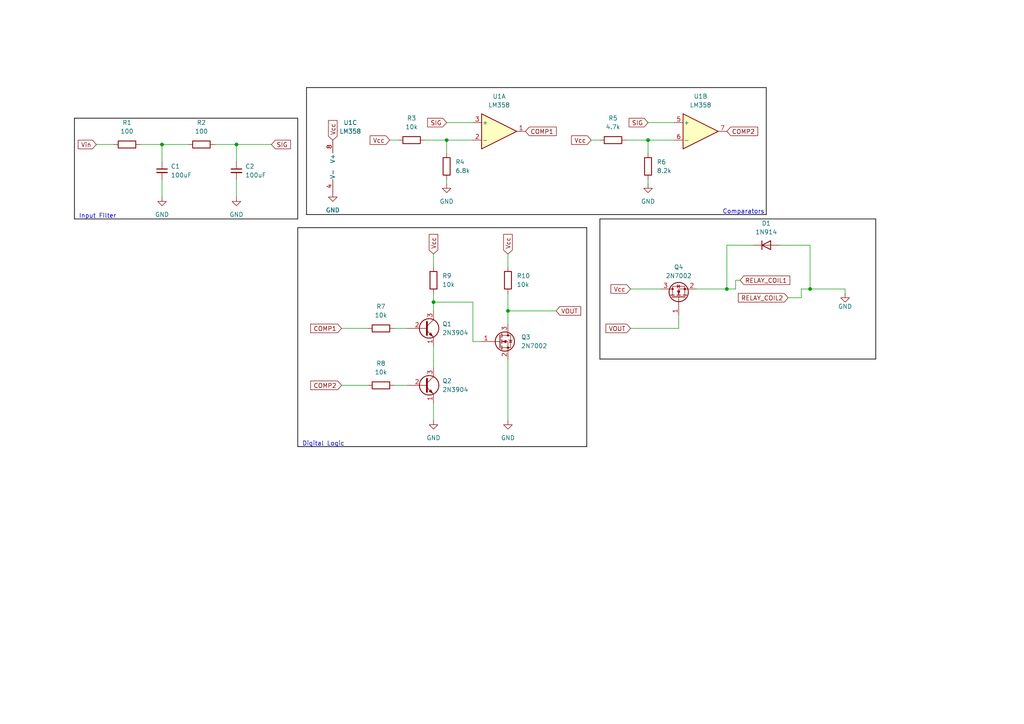
<source format=kicad_sch>
(kicad_sch (version 20211123) (generator eeschema)
  (paper "A4")
  (lib_symbols
    (symbol "Amplifier_Operational:LM358" (pin_names (offset 0.127))
      (property "Reference" "U" (at 0 5.08 0))
      (property "Value" "LM358" (at 0 -5.08 0))
      (symbol "LM358_1_1"
        (polyline (pts (xy -5.08 5.08) (xy 5.08 0) (xy -5.08 -5.08) (xy -5.08 5.08)) (stroke (width 0.254)) (fill (type background)))
        (pin output line (at 7.62 0 180) (length 2.54) (name "~") (number "1"))
        (pin input line (at -7.62 -2.54 0) (length 2.54) (name "-") (number "2"))
        (pin input line (at -7.62 2.54 0) (length 2.54) (name "+") (number "3"))
      )
      (symbol "LM358_2_1"
        (polyline (pts (xy -5.08 5.08) (xy 5.08 0) (xy -5.08 -5.08) (xy -5.08 5.08)) (stroke (width 0.254)) (fill (type background)))
        (pin input line (at -7.62 2.54 0) (length 2.54) (name "+") (number "5"))
        (pin input line (at -7.62 -2.54 0) (length 2.54) (name "-") (number "6"))
        (pin output line (at 7.62 0 180) (length 2.54) (name "~") (number "7"))
      )
      (symbol "LM358_3_1"
        (pin power_in line (at -2.54 -7.62 90) (length 3.81) (name "V-") (number "4"))
        (pin power_in line (at -2.54 7.62 270) (length 3.81) (name "V+") (number "8"))
      )
    )
    (symbol "Device:C_Small" (pin_numbers hide) (pin_names (offset 0.254) hide)
      (property "Reference" "C" (at 0.254 1.778 0))
      (property "Value" "C_Small" (at 0.254 -2.032 0))
      (symbol "C_Small_0_1"
        (polyline (pts (xy -1.524 -0.508) (xy 1.524 -0.508)) (stroke (width 0.3302)))
        (polyline (pts (xy -1.524 0.508) (xy 1.524 0.508)) (stroke (width 0.3048)))
      )
      (symbol "C_Small_1_1"
        (pin passive line (at 0 2.54 270) (length 2.032) (name "~") (number "1"))
        (pin passive line (at 0 -2.54 90) (length 2.032) (name "~") (number "2"))
      )
    )
    (symbol "Device:R" (pin_numbers hide) (pin_names (offset 0))
      (property "Reference" "R" (at 2.032 0 90))
      (property "Value" "R" (at 0 0 90))
      (symbol "R_0_1"
        (rectangle (start -1.016 -2.54) (end 1.016 2.54) (stroke (width 0.254)))
      )
      (symbol "R_1_1"
        (pin passive line (at 0 3.81 270) (length 1.27) (name "~") (number "1"))
        (pin passive line (at 0 -3.81 90) (length 1.27) (name "~") (number "2"))
      )
    )
    (symbol "Diode:1N914" (pin_numbers hide) (pin_names (offset 1.016) hide)
      (property "Reference" "D" (at 0 2.54 0))
      (property "Value" "1N914" (at 0 -2.54 0))
      (symbol "1N914_0_1"
        (polyline (pts (xy -1.27 1.27) (xy -1.27 -1.27)) (stroke (width 0.254)))
        (polyline (pts (xy 1.27 0) (xy -1.27 0)))
        (polyline (pts (xy 1.27 1.27) (xy 1.27 -1.27) (xy -1.27 0) (xy 1.27 1.27)) (stroke (width 0.254)))
      )
      (symbol "1N914_1_1"
        (pin passive line (at -3.81 0 0) (length 2.54) (name "K") (number "1"))
        (pin passive line (at 3.81 0 180) (length 2.54) (name "A") (number "2"))
      )
    )
    (symbol "Transistor_BJT:2N3904" (pin_names (offset 0) hide)
      (property "Reference" "Q" (at 5.08 1.905 0))
      (property "Value" "2N3904" (at 5.08 0 0))
      (symbol "2N3904_0_1"
        (polyline (pts (xy 0.635 0.635) (xy 2.54 2.54)))
        (polyline (pts (xy 0.635 -0.635) (xy 2.54 -2.54) (xy 2.54 -2.54)))
        (polyline (pts (xy 0.635 1.905) (xy 0.635 -1.905) (xy 0.635 -1.905)) (stroke (width 0.508)))
        (polyline (pts (xy 1.27 -1.778) (xy 1.778 -1.27) (xy 2.286 -2.286) (xy 1.27 -1.778) (xy 1.27 -1.778)) (fill (type outline)))
        (circle (center 1.27 0) (radius 2.8194) (stroke (width 0.254)))
      )
      (symbol "2N3904_1_1"
        (pin passive line (at 2.54 -5.08 90) (length 2.54) (name "E") (number "1"))
        (pin passive line (at -5.08 0 0) (length 5.715) (name "B") (number "2"))
        (pin passive line (at 2.54 5.08 270) (length 2.54) (name "C") (number "3"))
      )
    )
    (symbol "Transistor_FET:2N7002" (pin_names hide)
      (property "Reference" "Q" (at 5.08 1.905 0))
      (property "Value" "2N7002" (at 5.08 0 0))
      (symbol "2N7002_0_1"
        (polyline (pts (xy 0.254 0) (xy -2.54 0)))
        (polyline (pts (xy 0.254 1.905) (xy 0.254 -1.905)) (stroke (width 0.254)))
        (polyline (pts (xy 0.762 -1.27) (xy 0.762 -2.286)) (stroke (width 0.254)))
        (polyline (pts (xy 0.762 0.508) (xy 0.762 -0.508)) (stroke (width 0.254)))
        (polyline (pts (xy 0.762 2.286) (xy 0.762 1.27)) (stroke (width 0.254)))
        (polyline (pts (xy 2.54 2.54) (xy 2.54 1.778)))
        (polyline (pts (xy 2.54 -2.54) (xy 2.54 0) (xy 0.762 0)))
        (polyline (pts (xy 0.762 -1.778) (xy 3.302 -1.778) (xy 3.302 1.778) (xy 0.762 1.778)))
        (polyline (pts (xy 1.016 0) (xy 2.032 0.381) (xy 2.032 -0.381) (xy 1.016 0)) (fill (type outline)))
        (polyline (pts (xy 2.794 0.508) (xy 2.921 0.381) (xy 3.683 0.381) (xy 3.81 0.254)))
        (polyline (pts (xy 3.302 0.381) (xy 2.921 -0.254) (xy 3.683 -0.254) (xy 3.302 0.381)))
        (circle (center 1.651 0) (radius 2.794) (stroke (width 0.254)))
        (circle (center 2.54 -1.778) (radius 0.254) (fill (type outline)))
        (circle (center 2.54 1.778) (radius 0.254) (fill (type outline)))
      )
      (symbol "2N7002_1_1"
        (pin input line (at -5.08 0 0) (length 2.54) (name "G") (number "1"))
        (pin passive line (at 2.54 -5.08 90) (length 2.54) (name "S") (number "2"))
        (pin passive line (at 2.54 5.08 270) (length 2.54) (name "D") (number "3"))
      )
    )
    (symbol "power:GND" (power) (pin_names (offset 0))
      (property "Value" "GND" (at 0 -3.81 0))
      (symbol "GND_0_1"
        (polyline (pts (xy 0 0) (xy 0 -1.27) (xy 1.27 -1.27) (xy 0 -2.54) (xy -1.27 -1.27) (xy 0 -1.27)))
      )
      (symbol "GND_1_1"
        (pin power_in line (at 0 0 270) (length 0) hide (name "GND") (number "1"))
      )
    )
  )
  (junction (at 68.58 41.91))
  (junction (at 147.32 90.17))
  (junction (at 210.82 83.82))
  (junction (at 125.73 87.63))
  (junction (at 234.95 83.82))
  (junction (at 129.54 40.64))
  (junction (at 46.99 41.91))
  (junction (at 187.96 40.64))
  (polyline (pts (xy 21.59 34.29) (xy 86.36 34.29)) (stroke (width 0.2) (type solid) (color 0 0 0 1)))
  (polyline (pts (xy 254 63.5) (xy 254 104.14)) (stroke (width 0.2) (type solid) (color 0 0 0 1)))
  (wire (pts (xy 234.95 71.12) (xy 234.95 83.82)))
  (wire (pts (xy 218.44 71.12) (xy 210.82 71.12)))
  (polyline (pts (xy 86.36 66.04) (xy 170.18 66.04)) (stroke (width 0.2) (type solid) (color 0 0 0 1)))
  (wire (pts (xy 27.94 41.91) (xy 33.02 41.91)))
  (wire (pts (xy 99.06 111.76) (xy 106.68 111.76)))
  (wire (pts (xy 113.03 40.64) (xy 115.57 40.64)))
  (polyline (pts (xy 88.9 25.4) (xy 222.25 25.4)) (stroke (width 0.2) (type solid) (color 0 0 0 1)))
  (wire (pts (xy 46.99 52.07) (xy 46.99 57.15)))
  (wire (pts (xy 232.41 86.36) (xy 228.6 86.36)))
  (wire (pts (xy 187.96 40.64) (xy 187.96 44.45)))
  (wire (pts (xy 137.16 99.06) (xy 137.16 87.63)))
  (polyline (pts (xy 21.59 63.5) (xy 86.36 63.5)) (stroke (width 0.2) (type solid) (color 0 0 0 1)))
  (wire (pts (xy 114.3 95.25) (xy 118.11 95.25)))
  (wire (pts (xy 68.58 41.91) (xy 78.74 41.91)))
  (polyline (pts (xy 88.9 62.23) (xy 222.25 62.23)) (stroke (width 0.2) (type solid) (color 0 0 0 1)))
  (wire (pts (xy 125.73 100.33) (xy 125.73 106.68)))
  (wire (pts (xy 214.63 81.28) (xy 213.36 81.28)))
  (wire (pts (xy 129.54 52.07) (xy 129.54 53.34)))
  (polyline (pts (xy 173.99 63.5) (xy 254 63.5)) (stroke (width 0.2) (type solid) (color 0 0 0 1)))
  (wire (pts (xy 62.23 41.91) (xy 68.58 41.91)))
  (wire (pts (xy 210.82 71.12) (xy 210.82 83.82)))
  (wire (pts (xy 226.06 71.12) (xy 234.95 71.12)))
  (polyline (pts (xy 86.36 63.5) (xy 86.36 34.29)) (stroke (width 0.2) (type solid) (color 0 0 0 1)))
  (wire (pts (xy 123.19 40.64) (xy 129.54 40.64)))
  (wire (pts (xy 161.29 90.17) (xy 147.32 90.17)))
  (polyline (pts (xy 86.36 129.54) (xy 86.36 66.04)) (stroke (width 0.2) (type solid) (color 0 0 0 1)))
  (wire (pts (xy 187.96 52.07) (xy 187.96 53.34)))
  (wire (pts (xy 201.93 83.82) (xy 210.82 83.82)))
  (wire (pts (xy 129.54 40.64) (xy 137.16 40.64)))
  (wire (pts (xy 46.99 41.91) (xy 46.99 46.99)))
  (wire (pts (xy 129.54 40.64) (xy 129.54 44.45)))
  (wire (pts (xy 99.06 95.25) (xy 106.68 95.25)))
  (wire (pts (xy 245.11 83.82) (xy 234.95 83.82)))
  (wire (pts (xy 125.73 87.63) (xy 125.73 90.17)))
  (polyline (pts (xy 173.99 104.14) (xy 254 104.14)) (stroke (width 0.2) (type solid) (color 0 0 0 1)))
  (wire (pts (xy 147.32 85.09) (xy 147.32 90.17)))
  (wire (pts (xy 125.73 116.84) (xy 125.73 121.92)))
  (wire (pts (xy 187.96 35.56) (xy 195.58 35.56)))
  (wire (pts (xy 125.73 73.66) (xy 125.73 77.47)))
  (wire (pts (xy 68.58 41.91) (xy 68.58 46.99)))
  (wire (pts (xy 139.7 99.06) (xy 137.16 99.06)))
  (wire (pts (xy 234.95 83.82) (xy 232.41 83.82)))
  (polyline (pts (xy 21.59 34.29) (xy 21.59 63.5)) (stroke (width 0.2) (type solid) (color 0 0 0 1)))
  (wire (pts (xy 147.32 90.17) (xy 147.32 93.98)))
  (wire (pts (xy 68.58 52.07) (xy 68.58 57.15)))
  (wire (pts (xy 147.32 73.66) (xy 147.32 77.47)))
  (wire (pts (xy 232.41 83.82) (xy 232.41 86.36)))
  (wire (pts (xy 182.88 83.82) (xy 191.77 83.82)))
  (polyline (pts (xy 173.99 104.14) (xy 173.99 63.5)) (stroke (width 0.2) (type solid) (color 0 0 0 1)))
  (wire (pts (xy 114.3 111.76) (xy 118.11 111.76)))
  (wire (pts (xy 213.36 83.82) (xy 210.82 83.82)))
  (polyline (pts (xy 222.25 25.4) (xy 222.25 62.23)) (stroke (width 0.2) (type solid) (color 0 0 0 1)))
  (wire (pts (xy 213.36 81.28) (xy 213.36 83.82)))
  (wire (pts (xy 125.73 87.63) (xy 137.16 87.63)))
  (wire (pts (xy 182.88 95.25) (xy 196.85 95.25)))
  (wire (pts (xy 245.11 85.09) (xy 245.11 83.82)))
  (polyline (pts (xy 170.18 66.04) (xy 170.18 129.54)) (stroke (width 0.2) (type solid) (color 0 0 0 1)))
  (wire (pts (xy 147.32 104.14) (xy 147.32 121.92)))
  (wire (pts (xy 196.85 95.25) (xy 196.85 91.44)))
  (wire (pts (xy 129.54 35.56) (xy 137.16 35.56)))
  (polyline (pts (xy 88.9 62.23) (xy 88.9 25.4)) (stroke (width 0.2) (type solid) (color 0 0 0 1)))
  (wire (pts (xy 181.61 40.64) (xy 187.96 40.64)))
  (wire (pts (xy 125.73 85.09) (xy 125.73 87.63)))
  (wire (pts (xy 187.96 40.64) (xy 195.58 40.64)))
  (wire (pts (xy 46.99 41.91) (xy 54.61 41.91)))
  (wire (pts (xy 171.45 40.64) (xy 173.99 40.64)))
  (wire (pts (xy 40.64 41.91) (xy 46.99 41.91)))
  (polyline (pts (xy 86.36 129.54) (xy 170.18 129.54)) (stroke (width 0.2) (type solid) (color 0 0 0 1)))
  (text "Input Filter" (at 22.86 63.5 0) (effects (font (size 1.27 1.27)) (justify left bottom)))
  (text "Comparators" (at 209.55 62.23 0) (effects (font (size 1.27 1.27)) (justify left bottom)))
  (text "Digital Logic" (at 87.63 129.54 0) (effects (font (size 1.27 1.27)) (justify left bottom)))
  (global_label "COMP2" (shape input) (at 99.06 111.76 180) (property "Intersheet References" "${INTERSHEET_REFS}" (effects hide)))
  (global_label "VOUT" (shape input) (at 161.29 90.17 0) (property "Intersheet References" "${INTERSHEET_REFS}" (effects hide)))
  (global_label "COMP1" (shape input) (at 152.4 38.1 0) (property "Intersheet References" "${INTERSHEET_REFS}" (effects hide)))
  (global_label "SIG" (shape input) (at 129.54 35.56 180) (property "Intersheet References" "${INTERSHEET_REFS}" (effects hide)))
  (global_label "Vcc" (shape input) (at 113.03 40.64 180) (property "Intersheet References" "${INTERSHEET_REFS}" (effects hide)))
  (global_label "SIG" (shape input) (at 78.74 41.91 0) (property "Intersheet References" "${INTERSHEET_REFS}" (effects hide)))
  (global_label "SIG" (shape input) (at 187.96 35.56 180) (property "Intersheet References" "${INTERSHEET_REFS}" (effects hide)))
  (global_label "Vcc" (shape input) (at 147.32 73.66 90) (property "Intersheet References" "${INTERSHEET_REFS}" (effects hide)))
  (global_label "RELAY_COIL2" (shape input) (at 228.6 86.36 180) (property "Intersheet References" "${INTERSHEET_REFS}" (effects hide)))
  (global_label "Vcc" (shape input) (at 96.52 40.64 90) (property "Intersheet References" "${INTERSHEET_REFS}" (effects hide)))
  (global_label "COMP2" (shape input) (at 210.82 38.1 0) (property "Intersheet References" "${INTERSHEET_REFS}" (effects hide)))
  (global_label "Vin" (shape input) (at 27.94 41.91 180) (property "Intersheet References" "${INTERSHEET_REFS}" (effects hide)))
  (global_label "Vcc" (shape input) (at 125.73 73.66 90) (property "Intersheet References" "${INTERSHEET_REFS}" (effects hide)))
  (global_label "Vcc" (shape input) (at 171.45 40.64 180) (property "Intersheet References" "${INTERSHEET_REFS}" (effects hide)))
  (global_label "Vcc" (shape input) (at 182.88 83.82 180) (property "Intersheet References" "${INTERSHEET_REFS}" (effects hide)))
  (global_label "RELAY_COIL1" (shape input) (at 214.63 81.28 0) (property "Intersheet References" "${INTERSHEET_REFS}" (effects hide)))
  (global_label "VOUT" (shape input) (at 182.88 95.25 180) (property "Intersheet References" "${INTERSHEET_REFS}" (effects hide)))
  (global_label "COMP1" (shape input) (at 99.06 95.25 180) (property "Intersheet References" "${INTERSHEET_REFS}" (effects hide)))
  (symbol (lib_id "power:GND") (at 68.58 57.15 0) (unit 1)
    (property "Reference" "#PWR0103" (effects hide))
    (property "Value" "GND" (at 68.58 62.23 0))
  )
  (symbol (lib_id "Device:R") (at 129.54 48.26 180) (unit 1)
    (property "Reference" "R4" (at 132.08 46.9899 0) (effects (justify right)))
    (property "Value" "6.8k" (at 132.08 49.5299 0) (effects (justify right)))
    (property "Footprint" "Resistor_SMD:R_1206_3216Metric_Pad1.30x1.75mm_HandSolder" (effects hide))
  )
  (symbol (lib_id "Transistor_FET:2N7002") (at 196.85 86.36 90) (unit 1)
    (property "Reference" "Q4" (at 196.85 77.47 90))
    (property "Value" "2N7002" (at 196.85 80.01 90))
    (property "Footprint" "Package_TO_SOT_THT:TO-92_HandSolder" (effects hide))
    (property "Datasheet" "https://www.onsemi.com/pub/Collateral/NDS7002A-D.PDF" (effects hide))
  )
  (symbol (lib_id "power:GND") (at 187.96 53.34 0) (unit 1)
    (property "Reference" "#PWR0104" (effects hide))
    (property "Value" "GND" (at 187.96 58.42 0))
  )
  (symbol (lib_id "Device:C_Small") (at 46.99 49.53 0) (unit 1)
    (property "Reference" "C1" (at 49.53 48.2662 0) (effects (justify left)))
    (property "Value" "100uF" (at 49.53 50.8062 0) (effects (justify left)))
    (property "Footprint" "Capacitor_THT:CP_Radial_D8.0mm_P2.50mm" (effects hide))
  )
  (symbol (lib_id "Device:R") (at 110.49 95.25 90) (unit 1)
    (property "Reference" "R7" (at 110.49 88.9 90))
    (property "Value" "10k" (at 110.49 91.44 90))
    (property "Footprint" "Resistor_SMD:R_1206_3216Metric_Pad1.30x1.75mm_HandSolder" (effects hide))
  )
  (symbol (lib_id "Device:R") (at 177.8 40.64 90) (unit 1)
    (property "Reference" "R5" (at 177.8 34.29 90))
    (property "Value" "4.7k" (at 177.8 36.83 90))
    (property "Footprint" "Resistor_SMD:R_1206_3216Metric_Pad1.30x1.75mm_HandSolder" (effects hide))
  )
  (symbol (lib_id "power:GND") (at 245.11 85.09 0) (unit 1)
    (property "Reference" "#PWR0109" (effects hide))
    (property "Value" "GND" (at 245.11 88.9 0))
  )
  (symbol (lib_id "Device:R") (at 125.73 81.28 180) (unit 1)
    (property "Reference" "R9" (at 128.27 80.0099 0) (effects (justify right)))
    (property "Value" "10k" (at 128.27 82.5499 0) (effects (justify right)))
    (property "Footprint" "Resistor_SMD:R_1206_3216Metric_Pad1.30x1.75mm_HandSolder" (effects hide))
  )
  (symbol (lib_id "power:GND") (at 46.99 57.15 0) (unit 1)
    (property "Reference" "#PWR0101" (effects hide))
    (property "Value" "GND" (at 46.99 62.23 0))
  )
  (symbol (lib_id "Device:R") (at 58.42 41.91 90) (unit 1)
    (property "Reference" "R2" (at 58.42 35.56 90))
    (property "Value" "100" (at 58.42 38.1 90))
    (property "Footprint" "Resistor_SMD:R_1206_3216Metric_Pad1.30x1.75mm_HandSolder" (effects hide))
  )
  (symbol (lib_id "power:GND") (at 147.32 121.92 0) (unit 1)
    (property "Reference" "#PWR0107" (effects hide))
    (property "Value" "GND" (at 147.32 127 0))
  )
  (symbol (lib_id "Device:R") (at 119.38 40.64 90) (unit 1)
    (property "Reference" "R3" (at 119.38 34.29 90))
    (property "Value" "10k" (at 119.38 36.83 90))
    (property "Footprint" "Resistor_SMD:R_1206_3216Metric_Pad1.30x1.75mm_HandSolder" (effects hide))
  )
  (symbol (lib_id "Transistor_BJT:2N3904") (at 123.19 95.25 0) (unit 1)
    (property "Reference" "Q1" (at 128.27 93.9799 0) (effects (justify left)))
    (property "Value" "2N3904" (at 128.27 96.5199 0) (effects (justify left)))
    (property "Footprint" "Package_TO_SOT_THT:TO-92_HandSolder" (effects hide))
    (property "Datasheet" "https://www.onsemi.com/pub/Collateral/2N3903-D.PDF" (effects hide))
  )
  (symbol (lib_id "Diode:1N914") (at 222.25 71.12 0) (unit 1)
    (property "Reference" "D1" (at 222.25 64.77 0))
    (property "Value" "1N914" (at 222.25 67.31 0))
    (property "Footprint" "Diode_SMD:D_SMA_Handsoldering" (effects hide))
    (property "Datasheet" "http://www.vishay.com/docs/85622/1n914.pdf" (effects hide))
  )
  (symbol (lib_id "power:GND") (at 129.54 53.34 0) (unit 1)
    (property "Reference" "#PWR0105" (effects hide))
    (property "Value" "GND" (at 129.54 58.42 0))
  )
  (symbol (lib_id "Transistor_FET:2N7002") (at 144.78 99.06 0) (unit 1)
    (property "Reference" "Q3" (at 151.13 97.7899 0) (effects (justify left)))
    (property "Value" "2N7002" (at 151.13 100.3299 0) (effects (justify left)))
    (property "Footprint" "Package_TO_SOT_THT:TO-92_HandSolder" (effects hide))
    (property "Datasheet" "https://www.onsemi.com/pub/Collateral/NDS7002A-D.PDF" (effects hide))
  )
  (symbol (lib_id "Device:R") (at 110.49 111.76 90) (unit 1)
    (property "Reference" "R8" (at 110.49 105.41 90))
    (property "Value" "10k" (at 110.49 107.95 90))
    (property "Footprint" "Resistor_SMD:R_1206_3216Metric_Pad1.30x1.75mm_HandSolder" (effects hide))
  )
  (symbol (lib_id "power:GND") (at 96.52 55.88 0) (unit 1)
    (property "Reference" "#PWR0102" (effects hide))
    (property "Value" "GND" (at 96.52 60.96 0))
  )
  (symbol (lib_id "Transistor_BJT:2N3904") (at 123.19 111.76 0) (unit 1)
    (property "Reference" "Q2" (at 128.27 110.4899 0) (effects (justify left)))
    (property "Value" "2N3904" (at 128.27 113.0299 0) (effects (justify left)))
    (property "Footprint" "Package_TO_SOT_THT:TO-92_HandSolder" (effects hide))
    (property "Datasheet" "https://www.onsemi.com/pub/Collateral/2N3903-D.PDF" (effects hide))
  )
  (symbol (lib_id "Device:C_Small") (at 68.58 49.53 0) (unit 1)
    (property "Reference" "C2" (at 71.12 48.2662 0) (effects (justify left)))
    (property "Value" "100uF" (at 71.12 50.8062 0) (effects (justify left)))
    (property "Footprint" "Capacitor_THT:CP_Radial_D8.0mm_P2.50mm" (effects hide))
  )
  (symbol (lib_id "power:GND") (at 125.73 121.92 0) (unit 1)
    (property "Reference" "#PWR0106" (effects hide))
    (property "Value" "GND" (at 125.73 127 0))
  )
  (symbol (lib_id "Amplifier_Operational:LM358") (at 203.2 38.1 0) (unit 2)
    (property "Reference" "U1" (at 203.2 27.94 0))
    (property "Value" "LM358" (at 203.2 30.48 0))
    (property "Footprint" "Package_DIP:DIP-8_W7.62mm_LongPads" (effects hide))
    (property "Datasheet" "http://www.ti.com/lit/ds/symlink/lm2904-n.pdf" (effects hide))
  )
  (symbol (lib_id "Device:R") (at 187.96 48.26 180) (unit 1)
    (property "Reference" "R6" (at 190.5 46.9899 0) (effects (justify right)))
    (property "Value" "8.2k" (at 190.5 49.5299 0) (effects (justify right)))
    (property "Footprint" "Resistor_SMD:R_1206_3216Metric_Pad1.30x1.75mm_HandSolder" (effects hide))
  )
  (symbol (lib_id "Amplifier_Operational:LM358") (at 144.78 38.1 0) (unit 1)
    (property "Reference" "U1" (at 144.78 27.94 0))
    (property "Value" "LM358" (at 144.78 30.48 0))
    (property "Footprint" "Package_DIP:DIP-8_W7.62mm_LongPads" (effects hide))
    (property "Datasheet" "http://www.ti.com/lit/ds/symlink/lm2904-n.pdf" (effects hide))
  )
  (symbol (lib_id "Amplifier_Operational:LM358") (at 99.06 48.26 0) (unit 3)
    (property "Reference" "U1" (at 101.6 35.56 0))
    (property "Value" "LM358" (at 101.6 38.1 0))
    (property "Footprint" "Package_DIP:DIP-8_W7.62mm_LongPads" (effects hide))
    (property "Datasheet" "http://www.ti.com/lit/ds/symlink/lm2904-n.pdf" (effects hide))
  )
  (symbol (lib_id "Device:R") (at 36.83 41.91 90) (unit 1)
    (property "Reference" "R1" (at 36.83 35.56 90))
    (property "Value" "100" (at 36.83 38.1 90))
    (property "Footprint" "Resistor_SMD:R_1206_3216Metric_Pad1.30x1.75mm_HandSolder" (effects hide))
  )
  (symbol (lib_id "Device:R") (at 147.32 81.28 180) (unit 1)
    (property "Reference" "R10" (at 149.86 80.0099 0) (effects (justify right)))
    (property "Value" "10k" (at 149.86 82.5499 0) (effects (justify right)))
    (property "Footprint" "Resistor_SMD:R_1206_3216Metric_Pad1.30x1.75mm_HandSolder" (effects hide))
  )
)
</source>
